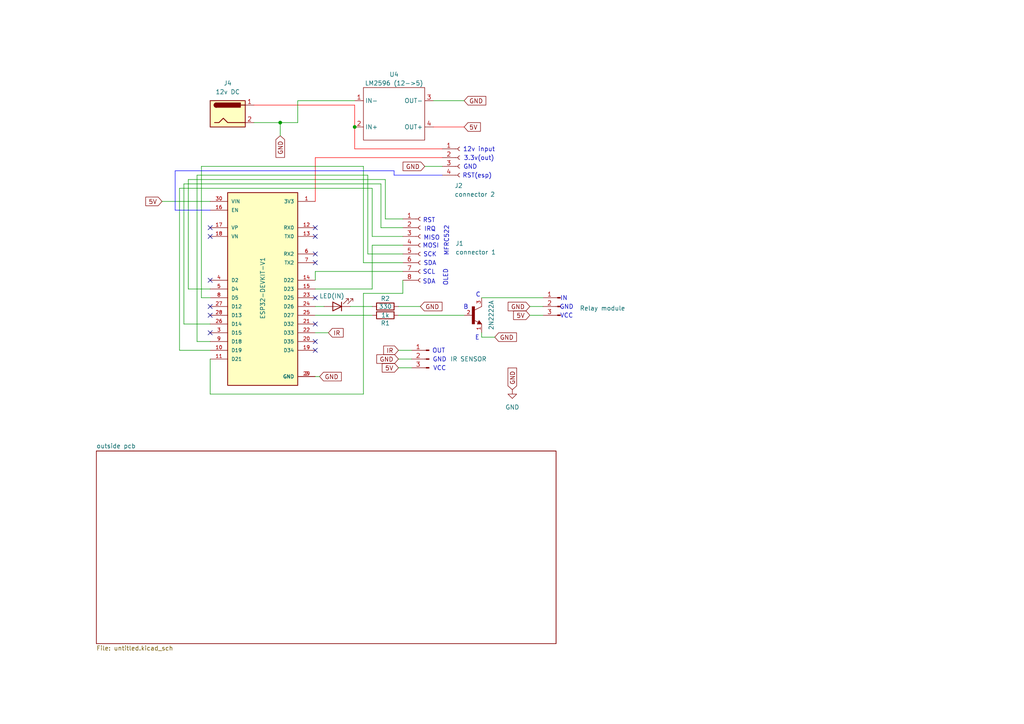
<source format=kicad_sch>
(kicad_sch (version 20231120) (generator "eeschema") (generator_version "8.0")
  (paper "A4")
  (lib_symbols
    (symbol "2N2222A:2N2222A" (pin_names (offset 1.016))
      (property "Reference" "Q" (at -10.16 7.62 0))
      (property "Value" "2N2222A" (at -10.16 -7.62 0))
      (symbol "2N2222A_0_0"
        (rectangle (start -0.254 -2.54) (end 0.508 2.54) (stroke (width 0.1)) (fill (type outline)))
        (polyline (pts (xy 1.54 -2.04) (xy 0.308 -1.424)) (stroke (width 0.1524)))
        (polyline (pts (xy 2.54 2.54) (xy 0.508 1.524)) (stroke (width 0.1524)))
        (polyline (pts (xy 1.27 -2.54) (xy 1.778 -1.524) (xy 2.54 -2.54) (xy 1.27 -2.54)) (stroke (width 0.1524)) (fill (type outline)))
        (pin passive line (at 2.54 -5.08 90) (length 2.54) (name "~") (number "1"))
        (pin passive line (at -2.54 0 0) (length 2.54) (name "~") (number "2"))
        (pin passive line (at 2.54 5.08 270) (length 2.54) (name "~") (number "3"))
      )
    )
    (symbol "Connector:Conn_01x03_Pin" (pin_names (offset 1.016) hide)
      (property "Reference" "J" (at 0 5.08 0))
      (property "Value" "Conn_01x03_Pin" (at 0 -5.08 0))
      (symbol "Conn_01x03_Pin_1_1"
        (polyline (pts (xy 1.27 -2.54) (xy 0.8636 -2.54)) (stroke (width 0.1524)))
        (polyline (pts (xy 1.27 0) (xy 0.8636 0)) (stroke (width 0.1524)))
        (polyline (pts (xy 1.27 2.54) (xy 0.8636 2.54)) (stroke (width 0.1524)))
        (rectangle (start 0.8636 -2.413) (end 0 -2.667) (stroke (width 0.1524)) (fill (type outline)))
        (rectangle (start 0.8636 0.127) (end 0 -0.127) (stroke (width 0.1524)) (fill (type outline)))
        (rectangle (start 0.8636 2.667) (end 0 2.413) (stroke (width 0.1524)) (fill (type outline)))
        (pin passive line (at 5.08 2.54 180) (length 3.81) (name "Pin_1") (number "1"))
        (pin passive line (at 5.08 0 180) (length 3.81) (name "Pin_2") (number "2"))
        (pin passive line (at 5.08 -2.54 180) (length 3.81) (name "Pin_3") (number "3"))
      )
    )
    (symbol "Connector:Conn_01x04_Socket" (pin_names (offset 1.016) hide)
      (property "Reference" "J" (at 0 5.08 0))
      (property "Value" "Conn_01x04_Socket" (at 0 -7.62 0))
      (symbol "Conn_01x04_Socket_1_1"
        (arc (start 0 -4.572) (mid -0.5058 -5.08) (end 0 -5.588) (stroke (width 0.1524)))
        (arc (start 0 -2.032) (mid -0.5058 -2.54) (end 0 -3.048) (stroke (width 0.1524)))
        (polyline (pts (xy -1.27 -5.08) (xy -0.508 -5.08)) (stroke (width 0.1524)))
        (polyline (pts (xy -1.27 -2.54) (xy -0.508 -2.54)) (stroke (width 0.1524)))
        (polyline (pts (xy -1.27 0) (xy -0.508 0)) (stroke (width 0.1524)))
        (polyline (pts (xy -1.27 2.54) (xy -0.508 2.54)) (stroke (width 0.1524)))
        (arc (start 0 0.508) (mid -0.5058 0) (end 0 -0.508) (stroke (width 0.1524)))
        (arc (start 0 3.048) (mid -0.5058 2.54) (end 0 2.032) (stroke (width 0.1524)))
        (pin passive line (at -5.08 2.54 0) (length 3.81) (name "Pin_1") (number "1"))
        (pin passive line (at -5.08 0 0) (length 3.81) (name "Pin_2") (number "2"))
        (pin passive line (at -5.08 -2.54 0) (length 3.81) (name "Pin_3") (number "3"))
        (pin passive line (at -5.08 -5.08 0) (length 3.81) (name "Pin_4") (number "4"))
      )
    )
    (symbol "Connector:Conn_01x08_Socket" (pin_names (offset 1.016) hide)
      (property "Reference" "J" (at 0 10.16 0))
      (property "Value" "Conn_01x08_Socket" (at 0 -12.7 0))
      (symbol "Conn_01x08_Socket_1_1"
        (arc (start 0 -9.652) (mid -0.5058 -10.16) (end 0 -10.668) (stroke (width 0.1524)))
        (arc (start 0 -7.112) (mid -0.5058 -7.62) (end 0 -8.128) (stroke (width 0.1524)))
        (arc (start 0 -4.572) (mid -0.5058 -5.08) (end 0 -5.588) (stroke (width 0.1524)))
        (arc (start 0 -2.032) (mid -0.5058 -2.54) (end 0 -3.048) (stroke (width 0.1524)))
        (polyline (pts (xy -1.27 -10.16) (xy -0.508 -10.16)) (stroke (width 0.1524)))
        (polyline (pts (xy -1.27 -7.62) (xy -0.508 -7.62)) (stroke (width 0.1524)))
        (polyline (pts (xy -1.27 -5.08) (xy -0.508 -5.08)) (stroke (width 0.1524)))
        (polyline (pts (xy -1.27 -2.54) (xy -0.508 -2.54)) (stroke (width 0.1524)))
        (polyline (pts (xy -1.27 0) (xy -0.508 0)) (stroke (width 0.1524)))
        (polyline (pts (xy -1.27 2.54) (xy -0.508 2.54)) (stroke (width 0.1524)))
        (polyline (pts (xy -1.27 5.08) (xy -0.508 5.08)) (stroke (width 0.1524)))
        (polyline (pts (xy -1.27 7.62) (xy -0.508 7.62)) (stroke (width 0.1524)))
        (arc (start 0 0.508) (mid -0.5058 0) (end 0 -0.508) (stroke (width 0.1524)))
        (arc (start 0 3.048) (mid -0.5058 2.54) (end 0 2.032) (stroke (width 0.1524)))
        (arc (start 0 5.588) (mid -0.5058 5.08) (end 0 4.572) (stroke (width 0.1524)))
        (arc (start 0 8.128) (mid -0.5058 7.62) (end 0 7.112) (stroke (width 0.1524)))
        (pin passive line (at -5.08 7.62 0) (length 3.81) (name "Pin_1") (number "1"))
        (pin passive line (at -5.08 5.08 0) (length 3.81) (name "Pin_2") (number "2"))
        (pin passive line (at -5.08 2.54 0) (length 3.81) (name "Pin_3") (number "3"))
        (pin passive line (at -5.08 0 0) (length 3.81) (name "Pin_4") (number "4"))
        (pin passive line (at -5.08 -2.54 0) (length 3.81) (name "Pin_5") (number "5"))
        (pin passive line (at -5.08 -5.08 0) (length 3.81) (name "Pin_6") (number "6"))
        (pin passive line (at -5.08 -7.62 0) (length 3.81) (name "Pin_7") (number "7"))
        (pin passive line (at -5.08 -10.16 0) (length 3.81) (name "Pin_8") (number "8"))
      )
    )
    (symbol "Connector:Jack-DC" (pin_names (offset 1.016))
      (property "Reference" "J4" (at 0 8.89 0))
      (property "Value" "12v DC" (at 0 6.35 0))
      (symbol "Jack-DC_0_1"
        (rectangle (start -5.08 3.81) (end 5.08 -3.81) (stroke (width 0.254)) (fill (type background)))
        (arc (start -3.302 3.175) (mid -3.9343 2.54) (end -3.302 1.905) (stroke (width 0.254)))
        (arc (start -3.302 3.175) (mid -3.9343 2.54) (end -3.302 1.905) (stroke (width 0.254)) (fill (type outline)))
        (polyline (pts (xy 5.08 2.54) (xy 3.81 2.54)) (stroke (width 0.254)))
        (polyline (pts (xy -3.81 -2.54) (xy -2.54 -2.54) (xy -1.27 -1.27) (xy 0 -2.54) (xy 2.54 -2.54) (xy 5.08 -2.54)) (stroke (width 0.254)))
        (rectangle (start 3.683 3.175) (end -3.302 1.905) (stroke (width 0.254)) (fill (type outline)))
      )
      (symbol "Jack-DC_1_1"
        (pin power_out line (at 7.62 2.54 180) (length 2.54) (name "~") (number "1"))
        (pin output line (at 7.62 -2.54 180) (length 2.54) (name "~") (number "2"))
      )
    )
    (symbol "Device:LED" (pin_numbers hide) (pin_names (offset 1.016) hide)
      (property "Reference" "D" (at 0 2.54 0))
      (property "Value" "LED" (at 0 -2.54 0))
      (symbol "LED_0_1"
        (polyline (pts (xy -1.27 -1.27) (xy -1.27 1.27)) (stroke (width 0.254)))
        (polyline (pts (xy -1.27 0) (xy 1.27 0)))
        (polyline (pts (xy 1.27 -1.27) (xy 1.27 1.27) (xy -1.27 0) (xy 1.27 -1.27)) (stroke (width 0.254)))
        (polyline (pts (xy -3.048 -0.762) (xy -4.572 -2.286) (xy -3.81 -2.286) (xy -4.572 -2.286) (xy -4.572 -1.524)))
        (polyline (pts (xy -1.778 -0.762) (xy -3.302 -2.286) (xy -2.54 -2.286) (xy -3.302 -2.286) (xy -3.302 -1.524)))
      )
      (symbol "LED_1_1"
        (pin passive line (at -3.81 0 0) (length 2.54) (name "K") (number "1"))
        (pin passive line (at 3.81 0 180) (length 2.54) (name "A") (number "2"))
      )
    )
    (symbol "Device:R" (pin_numbers hide) (pin_names (offset 0))
      (property "Reference" "R" (at 2.032 0 90))
      (property "Value" "R" (at 0 0 90))
      (symbol "R_0_1"
        (rectangle (start -1.016 -2.54) (end 1.016 2.54) (stroke (width 0.254)))
      )
      (symbol "R_1_1"
        (pin passive line (at 0 3.81 270) (length 1.27) (name "~") (number "1"))
        (pin passive line (at 0 -3.81 90) (length 1.27) (name "~") (number "2"))
      )
    )
    (symbol "ESP32-DEVKIT-V1:ESP32-DEVKIT-V1" (pin_names (offset 1.016))
      (property "Reference" "U" (at -10.16 30.48 0))
      (property "Value" "ESP32-DEVKIT-V1" (at -10.16 -30.48 0))
      (symbol "ESP32-DEVKIT-V1_0_0"
        (rectangle (start -10.16 -27.94) (end 10.16 27.94) (stroke (width 0.254)) (fill (type background)))
        (pin output line (at 15.24 25.4 180) (length 5.08) (name "3V3") (number "1"))
        (pin bidirectional line (at -15.24 -17.78 0) (length 5.08) (name "D19") (number "10"))
        (pin bidirectional line (at -15.24 -20.32 0) (length 5.08) (name "D21") (number "11"))
        (pin input line (at 15.24 17.78 180) (length 5.08) (name "RX0") (number "12"))
        (pin output line (at 15.24 15.24 180) (length 5.08) (name "TX0") (number "13"))
        (pin bidirectional line (at 15.24 2.54 180) (length 5.08) (name "D22") (number "14"))
        (pin bidirectional line (at 15.24 0 180) (length 5.08) (name "D23") (number "15"))
        (pin input line (at -15.24 22.86 0) (length 5.08) (name "EN") (number "16"))
        (pin bidirectional line (at -15.24 17.78 0) (length 5.08) (name "VP") (number "17"))
        (pin bidirectional line (at -15.24 15.24 0) (length 5.08) (name "VN") (number "18"))
        (pin bidirectional line (at 15.24 -17.78 180) (length 5.08) (name "D34") (number "19"))
        (pin power_in line (at 15.24 -25.4 180) (length 5.08) (name "GND") (number "2"))
        (pin bidirectional line (at 15.24 -15.24 180) (length 5.08) (name "D35") (number "20"))
        (pin bidirectional line (at 15.24 -10.16 180) (length 5.08) (name "D32") (number "21"))
        (pin bidirectional line (at 15.24 -12.7 180) (length 5.08) (name "D33") (number "22"))
        (pin bidirectional line (at 15.24 -2.54 180) (length 5.08) (name "D25") (number "23"))
        (pin bidirectional line (at 15.24 -5.08 180) (length 5.08) (name "D26") (number "24"))
        (pin bidirectional line (at 15.24 -7.62 180) (length 5.08) (name "D27") (number "25"))
        (pin bidirectional line (at -15.24 -10.16 0) (length 5.08) (name "D14") (number "26"))
        (pin bidirectional line (at -15.24 -5.08 0) (length 5.08) (name "D12") (number "27"))
        (pin bidirectional line (at -15.24 -7.62 0) (length 5.08) (name "D13") (number "28"))
        (pin power_in line (at 15.24 -25.4 180) (length 5.08) (name "GND") (number "29"))
        (pin bidirectional line (at -15.24 -12.7 0) (length 5.08) (name "D15") (number "3"))
        (pin input line (at -15.24 25.4 0) (length 5.08) (name "VIN") (number "30"))
        (pin bidirectional line (at -15.24 2.54 0) (length 5.08) (name "D2") (number "4"))
        (pin bidirectional line (at -15.24 0 0) (length 5.08) (name "D4") (number "5"))
        (pin input line (at 15.24 10.16 180) (length 5.08) (name "RX2") (number "6"))
        (pin output line (at 15.24 7.62 180) (length 5.08) (name "TX2") (number "7"))
        (pin bidirectional line (at -15.24 -2.54 0) (length 5.08) (name "D5") (number "8"))
        (pin bidirectional line (at -15.24 -15.24 0) (length 5.08) (name "D18") (number "9"))
      )
    )
    (symbol "customLibrary:LM2596"
      (property "Reference" "U4" (at -11.43 1.27 90))
      (property "Value" "LM2596 (12->5)" (at -8.89 1.27 90))
      (symbol "LM2596_0_1"
        (rectangle (start -7.62 10.16) (end 7.62 -7.62))
      )
      (symbol "LM2596_1_1"
        (pin power_in line (at -3.81 12.7 270) (length 2.54) (name "IN-") (number "1"))
        (pin power_in line (at 3.81 12.7 270) (length 2.54) (name "IN+") (number "2"))
        (pin power_in line (at -3.81 -10.16 90) (length 2.54) (name "OUT-") (number "3"))
        (pin power_out line (at 3.81 -10.16 90) (length 2.54) (name "OUT+") (number "4"))
      )
    )
    (symbol "power:GND" (power) (pin_numbers hide) (pin_names (offset 0) hide)
      (property "Value" "GND" (at 0 -3.81 0))
      (symbol "GND_0_1"
        (polyline (pts (xy 0 0) (xy 0 -1.27) (xy 1.27 -1.27) (xy 0 -2.54) (xy -1.27 -1.27) (xy 0 -1.27)))
      )
      (symbol "GND_1_1"
        (pin power_in line (at 0 0 270) (length 0) (name "~") (number "1"))
      )
    )
  )
  (junction (at 102.87 36.83))
  (junction (at 81.28 35.56))
  (no_connect (at 91.44 101.6))
  (no_connect (at 91.44 73.66))
  (no_connect (at 60.96 96.52))
  (no_connect (at 60.96 68.58))
  (no_connect (at 60.96 88.9))
  (no_connect (at 91.44 86.36))
  (no_connect (at 91.44 93.98))
  (no_connect (at 60.96 91.44))
  (no_connect (at 91.44 66.04))
  (no_connect (at 91.44 99.06))
  (no_connect (at 60.96 66.04))
  (no_connect (at 60.96 81.28))
  (no_connect (at 91.44 76.2))
  (no_connect (at 91.44 68.58))
  (wire (pts (xy 105.41 76.2) (xy 105.41 48.26)))
  (wire (pts (xy 110.49 66.04) (xy 110.49 53.34)))
  (wire (pts (xy 91.44 91.44) (xy 107.95 91.44)))
  (wire (pts (xy 105.41 114.3) (xy 60.96 114.3)))
  (wire (pts (xy 123.19 48.26) (xy 128.27 48.26)))
  (wire (pts (xy 86.36 29.21) (xy 102.87 29.21)))
  (wire (pts (xy 114.3 49.53) (xy 50.8 49.53)) (stroke (width 0) (color 0 0 255 1)))
  (wire (pts (xy 105.41 85.09) (xy 105.41 114.3)))
  (wire (pts (xy 115.57 101.6) (xy 119.38 101.6)))
  (wire (pts (xy 107.95 71.12) (xy 107.95 83.82)))
  (wire (pts (xy 125.73 36.83) (xy 134.62 36.83)) (stroke (width 0) (color 255 0 0 1)))
  (wire (pts (xy 128.27 50.8) (xy 114.3 50.8)) (stroke (width 0) (color 0 0 255 1)))
  (wire (pts (xy 125.73 29.21) (xy 134.62 29.21)))
  (wire (pts (xy 106.68 73.66) (xy 106.68 50.8)))
  (wire (pts (xy 128.27 45.72) (xy 91.44 45.72)) (stroke (width 0) (color 255 0 0 1)))
  (wire (pts (xy 139.7 96.52) (xy 139.7 97.79)))
  (wire (pts (xy 107.95 83.82) (xy 91.44 83.82)))
  (wire (pts (xy 91.44 96.52) (xy 95.25 96.52)))
  (wire (pts (xy 116.84 71.12) (xy 107.95 71.12)))
  (wire (pts (xy 111.76 52.07) (xy 54.61 52.07)))
  (wire (pts (xy 53.34 53.34) (xy 53.34 93.98)))
  (wire (pts (xy 50.8 60.96) (xy 60.96 60.96)) (stroke (width 0) (color 0 0 255 1)))
  (wire (pts (xy 54.61 52.07) (xy 54.61 83.82)))
  (wire (pts (xy 115.57 104.14) (xy 119.38 104.14)))
  (wire (pts (xy 54.61 83.82) (xy 60.96 83.82)))
  (wire (pts (xy 115.57 106.68) (xy 119.38 106.68)))
  (wire (pts (xy 102.87 36.83) (xy 102.87 43.18)) (stroke (width 0) (color 255 0 0 1)))
  (wire (pts (xy 116.84 66.04) (xy 110.49 66.04)))
  (wire (pts (xy 116.84 73.66) (xy 106.68 73.66)))
  (wire (pts (xy 107.95 68.58) (xy 107.95 54.61)))
  (wire (pts (xy 52.07 101.6) (xy 60.96 101.6)))
  (wire (pts (xy 58.42 48.26) (xy 58.42 86.36)))
  (wire (pts (xy 91.44 88.9) (xy 93.98 88.9)))
  (wire (pts (xy 53.34 93.98) (xy 60.96 93.98)))
  (wire (pts (xy 57.15 50.8) (xy 57.15 99.06)))
  (wire (pts (xy 73.66 35.56) (xy 81.28 35.56)))
  (wire (pts (xy 60.96 114.3) (xy 60.96 104.14)))
  (wire (pts (xy 116.84 85.09) (xy 116.84 81.28)))
  (wire (pts (xy 57.15 99.06) (xy 60.96 99.06)))
  (wire (pts (xy 91.44 78.74) (xy 91.44 81.28)))
  (wire (pts (xy 110.49 53.34) (xy 53.34 53.34)))
  (wire (pts (xy 114.3 50.8) (xy 114.3 49.53)) (stroke (width 0) (color 0 0 255 1)))
  (wire (pts (xy 139.7 86.36) (xy 157.48 86.36)))
  (wire (pts (xy 153.67 91.44) (xy 157.48 91.44)))
  (wire (pts (xy 91.44 45.72) (xy 91.44 58.42)) (stroke (width 0) (color 255 0 0 1)))
  (wire (pts (xy 116.84 63.5) (xy 111.76 63.5)))
  (wire (pts (xy 101.6 88.9) (xy 107.95 88.9)))
  (wire (pts (xy 116.84 76.2) (xy 105.41 76.2)))
  (wire (pts (xy 58.42 86.36) (xy 60.96 86.36)))
  (wire (pts (xy 81.28 35.56) (xy 86.36 35.56)))
  (wire (pts (xy 116.84 78.74) (xy 91.44 78.74)))
  (wire (pts (xy 115.57 91.44) (xy 134.62 91.44)))
  (wire (pts (xy 102.87 30.48) (xy 102.87 36.83)) (stroke (width 0) (color 255 0 0 1)))
  (wire (pts (xy 91.44 109.22) (xy 92.71 109.22)))
  (wire (pts (xy 50.8 49.53) (xy 50.8 60.96)) (stroke (width 0) (color 0 0 255 1)))
  (wire (pts (xy 153.67 88.9) (xy 157.48 88.9)))
  (wire (pts (xy 107.95 68.58) (xy 116.84 68.58)))
  (wire (pts (xy 111.76 63.5) (xy 111.76 52.07)))
  (wire (pts (xy 107.95 54.61) (xy 52.07 54.61)))
  (wire (pts (xy 106.68 50.8) (xy 57.15 50.8)))
  (wire (pts (xy 73.66 30.48) (xy 102.87 30.48)) (stroke (width 0) (color 255 0 0 1)))
  (wire (pts (xy 46.99 58.42) (xy 60.96 58.42)))
  (wire (pts (xy 105.41 85.09) (xy 116.84 85.09)))
  (wire (pts (xy 52.07 54.61) (xy 52.07 101.6)))
  (wire (pts (xy 86.36 35.56) (xy 86.36 29.21)))
  (wire (pts (xy 139.7 97.79) (xy 143.51 97.79)))
  (wire (pts (xy 81.28 39.37) (xy 81.28 35.56)))
  (wire (pts (xy 105.41 48.26) (xy 58.42 48.26)))
  (wire (pts (xy 128.27 43.18) (xy 102.87 43.18)) (stroke (width 0) (color 255 0 0 1)))
  (wire (pts (xy 115.57 88.9) (xy 121.92 88.9)))
  (text "GND" (at 164.338 89.154 0) (effects (font (size 1.27 1.27))))
  (text "IN" (at 163.576 86.614 0) (effects (font (size 1.27 1.27))))
  (text "MFRC522" (at 129.54 69.85 90) (effects (font (size 1.27 1.27))))
  (text "B" (at 135.128 89.154 0) (effects (font (size 1.27 1.27))))
  (text "C" (at 138.684 85.598 0) (effects (font (size 1.27 1.27))))
  (text "3.3v(out)" (at 138.938 45.974 0) (effects (font (size 1.27 1.27))))
  (text "12v input" (at 138.938 43.434 0) (effects (font (size 1.27 1.27))))
  (text "SCK" (at 124.714 73.914 0) (effects (font (size 1.27 1.27))))
  (text "OLED" (at 129.286 80.518 90) (effects (font (size 1.27 1.27))))
  (text "SDA" (at 124.46 81.788 0) (effects (font (size 1.27 1.27))))
  (text "VCC" (at 164.338 91.694 0) (effects (font (size 1.27 1.27))))
  (text "RST" (at 124.46 64.008 0) (effects (font (size 1.27 1.27))))
  (text "E" (at 138.43 98.044 0) (effects (font (size 1.27 1.27))))
  (text "OUT" (at 127.254 101.854 0) (effects (font (size 1.27 1.27))))
  (text "VCC" (at 127.508 106.934 0) (effects (font (size 1.27 1.27))))
  (text "SDA" (at 124.714 76.454 0) (effects (font (size 1.27 1.27))))
  (text "IRQ\n" (at 124.714 66.548 0) (effects (font (size 1.27 1.27))))
  (text "MISO" (at 125.222 69.088 0) (effects (font (size 1.27 1.27))))
  (text "MOSI\n" (at 124.968 71.374 0) (effects (font (size 1.27 1.27))))
  (text "GND" (at 127.508 104.394 0) (effects (font (size 1.27 1.27))))
  (text "RST(esp)" (at 138.43 51.054 0) (effects (font (size 1.27 1.27))))
  (text "SCL" (at 124.46 78.994 0) (effects (font (size 1.27 1.27))))
  (text "GND" (at 136.398 48.514 0) (effects (font (size 1.27 1.27))))
  (global_label "GND" (shape input) (at 134.62 29.21 0) (property "Intersheetrefs" "${INTERSHEET_REFS}" (effects (hide yes))))
  (global_label "5V" (shape input) (at 46.99 58.42 180) (property "Intersheetrefs" "${INTERSHEET_REFS}" (effects (hide yes))))
  (global_label "5V" (shape input) (at 134.62 36.83 0) (property "Intersheetrefs" "${INTERSHEET_REFS}" (effects (hide yes))))
  (global_label "GND" (shape input) (at 92.71 109.22 0) (property "Intersheetrefs" "${INTERSHEET_REFS}" (effects (hide yes))))
  (global_label "5V" (shape input) (at 115.57 106.68 180) (property "Intersheetrefs" "${INTERSHEET_REFS}" (effects (hide yes))))
  (global_label "GND" (shape input) (at 81.28 39.37 270) (property "Intersheetrefs" "${INTERSHEET_REFS}" (effects (hide yes))))
  (global_label "5V" (shape input) (at 153.67 91.44 180) (property "Intersheetrefs" "${INTERSHEET_REFS}" (effects (hide yes))))
  (global_label "GND" (shape input) (at 121.92 88.9 0) (property "Intersheetrefs" "${INTERSHEET_REFS}" (effects (hide yes))))
  (global_label "IR" (shape input) (at 115.57 101.6 180) (property "Intersheetrefs" "${INTERSHEET_REFS}" (effects (hide yes))))
  (global_label "IR" (shape input) (at 95.25 96.52 0) (property "Intersheetrefs" "${INTERSHEET_REFS}" (effects (hide yes))))
  (global_label "GND" (shape input) (at 123.19 48.26 180) (property "Intersheetrefs" "${INTERSHEET_REFS}" (effects (hide yes))))
  (global_label "GND" (shape input) (at 115.57 104.14 180) (property "Intersheetrefs" "${INTERSHEET_REFS}" (effects (hide yes))))
  (global_label "GND" (shape input) (at 153.67 88.9 180) (property "Intersheetrefs" "${INTERSHEET_REFS}" (effects (hide yes))))
  (global_label "GND" (shape input) (at 143.51 97.79 0) (property "Intersheetrefs" "${INTERSHEET_REFS}" (effects (hide yes))))
  (global_label "GND" (shape input) (at 148.59 113.03 90) (property "Intersheetrefs" "${INTERSHEET_REFS}" (effects (hide yes))))
  (symbol (lib_id "power:GND") (at 148.59 113.03 0) (unit 1)
    (property "Reference" "#PWR01" (effects (hide yes)))
    (property "Value" "GND" (at 148.59 118.11 0))
    (property "Description" "Power symbol creates a global label with name \"GND\" , ground" (effects (hide yes)))
  )
  (symbol (lib_id "ESP32-DEVKIT-V1:ESP32-DEVKIT-V1") (at 76.2 83.82 0) (unit 1)
    (property "Reference" "U2" (effects (hide yes)))
    (property "Value" "ESP32-DEVKIT-V1" (at 76.2 83.566 90))
    (property "Footprint" "ESP32-DEVKIT-V1:MODULE_ESP32_DEVKIT_V1" (effects (hide yes)))
    (property "MF" "Do it" (effects (hide yes)))
    (property "MAXIMUM_PACKAGE_HEIGHT" "6.8 mm" (effects (hide yes)))
    (property "Package" "None" (effects (hide yes)))
    (property "Price" "None" (effects (hide yes)))
    (property "Check_prices" "https://www.snapeda.com/parts/ESP32-DEVKIT-V1/Do+it/view-part/?ref=eda" (effects (hide yes)))
    (property "STANDARD" "Manufacturer Recommendations" (effects (hide yes)))
    (property "PARTREV" "N/A" (effects (hide yes)))
    (property "SnapEDA_Link" "https://www.snapeda.com/parts/ESP32-DEVKIT-V1/Do+it/view-part/?ref=snap" (effects (hide yes)))
    (property "MP" "ESP32-DEVKIT-V1" (effects (hide yes)))
    (property "Description_1" "\n                        \n                            Dual core, Wi-Fi: 2.4 GHz up to 150 Mbits/s,BLE (Bluetooth Low Energy) and legacy Bluetooth, 32 bits, Up to 240 MHz\n                        \n" (effects (hide yes)))
    (property "Availability" "Not in stock" (effects (hide yes)))
    (property "MANUFACTURER" "DOIT" (effects (hide yes)))
  )
  (symbol (lib_id "Device:R") (at 111.76 88.9 270) (unit 1)
    (property "Reference" "R2" (at 111.76 86.614 90))
    (property "Value" "330" (at 111.76 88.9 90))
    (property "Footprint" "Resistor_THT:R_Axial_DIN0207_L6.3mm_D2.5mm_P7.62mm_Horizontal" (effects (hide yes)))
    (property "Description" "Resistor" (effects (hide yes)))
  )
  (symbol (lib_id "Connector:Conn_01x03_Pin") (at 162.56 88.9 0) (mirror y) (unit 1)
    (property "Reference" "J3" (effects (hide yes)))
    (property "Value" "Relay module" (at 174.752 89.408 0))
    (property "Footprint" "Connector_JST:JST_EH_B3B-EH-A_1x03_P2.50mm_Vertical" (effects (hide yes)))
    (property "Description" "Generic connector, single row, 01x03, script generated" (effects (hide yes)))
  )
  (symbol (lib_id "Device:R") (at 111.76 91.44 270) (unit 1)
    (property "Reference" "R1" (at 111.76 93.726 90))
    (property "Value" "1k" (at 111.76 91.44 90))
    (property "Footprint" "Resistor_THT:R_Axial_DIN0207_L6.3mm_D2.5mm_P7.62mm_Horizontal" (effects (hide yes)))
    (property "Description" "Resistor" (effects (hide yes)))
  )
  (symbol (lib_id "2N2222A:2N2222A") (at 137.16 91.44 0) (unit 1)
    (property "Reference" "Q1" (effects (hide yes)))
    (property "Value" "2N2222A" (at 142.494 95.758 90) (effects (justify left)))
    (property "Footprint" "2N2222A:TO92254P470H750-3" (effects (hide yes)))
    (property "MF" "Microchip Technology" (effects (hide yes)))
    (property "SNAPEDA_PACKAGE_ID" "121774" (effects (hide yes)))
    (property "Package" "TO-18-3 Microsemi Corporation" (effects (hide yes)))
    (property "Price" "None" (effects (hide yes)))
    (property "Check_prices" "https://www.snapeda.com/parts/2N2222A/Microchip/view-part/?ref=eda" (effects (hide yes)))
    (property "STANDARD" "IPC 7351B" (effects (hide yes)))
    (property "PARTREV" "N/A" (effects (hide yes)))
    (property "SnapEDA_Link" "https://www.snapeda.com/parts/2N2222A/Microchip/view-part/?ref=snap" (effects (hide yes)))
    (property "MP" "2N2222A" (effects (hide yes)))
    (property "Description_1" "\n                        \n                            Bipolar (BJT) Transistor NPN 50 V 800 mA - 500 mW Surface Mount 4-SMD\n                        \n" (effects (hide yes)))
    (property "MANUFACTURER" "Diotec Semiconductor" (effects (hide yes)))
    (property "Availability" "In Stock" (effects (hide yes)))
    (property "MAXIMUM_PACKAGE_HEIGHT" "7.5 mm" (effects (hide yes)))
  )
  (symbol (lib_id "Connector:Conn_01x04_Socket") (at 133.35 45.72 0) (unit 1)
    (property "Reference" "J2" (at 131.826 53.848 0) (effects (justify left)))
    (property "Value" "connector 2" (at 131.826 56.388 0) (effects (justify left)))
    (property "Footprint" "Connector_JST:JST_EH_B4B-EH-A_1x04_P2.50mm_Vertical" (effects (hide yes)))
    (property "Description" "Generic connector, single row, 01x04, script generated" (effects (hide yes)))
  )
  (symbol (lib_id "Connector:Conn_01x03_Pin") (at 124.46 104.14 0) (mirror y) (unit 1)
    (property "Reference" "J7" (effects (hide yes)))
    (property "Value" "IR SENSOR" (at 135.89 104.14 0))
    (property "Footprint" "Connector_JST:JST_EH_B3B-EH-A_1x03_P2.50mm_Vertical" (effects (hide yes)))
    (property "Description" "Generic connector, single row, 01x03, script generated" (effects (hide yes)))
  )
  (symbol (lib_id "customLibrary:LM2596") (at 115.57 33.02 90) (mirror x) (unit 1)
    (property "Reference" "U4" (at 114.3 21.59 90))
    (property "Value" "LM2596 (12->5)" (at 114.3 24.13 90))
    (property "Footprint" "customMade:LM2596" (effects (hide yes)))
  )
  (symbol (lib_id "Connector:Conn_01x08_Socket") (at 121.92 71.12 0) (unit 1)
    (property "Reference" "J1" (at 132.08 70.612 0) (effects (justify left)))
    (property "Value" "connector 1" (at 132.08 73.152 0) (effects (justify left)))
    (property "Footprint" "Connector_JST:JST_EH_B8B-EH-A_1x08_P2.50mm_Vertical" (effects (hide yes)))
    (property "Description" "Generic connector, single row, 01x08, script generated" (effects (hide yes)))
  )
  (symbol (lib_id "Connector:Jack-DC") (at 66.04 33.02 0) (unit 1)
    (property "Reference" "J4" (at 66.04 24.13 0))
    (property "Value" "12v DC" (at 66.04 26.67 0))
    (property "Footprint" "Connector_BarrelJack:BarrelJack_SwitchcraftConxall_RAPC10U_Horizontal" (effects (hide yes)))
    (property "Description" "DC Barrel Jack" (effects (hide yes)))
  )
  (symbol (lib_id "Device:LED") (at 97.79 88.9 180) (unit 1)
    (property "Reference" "D1" (effects (hide yes)))
    (property "Value" "LED(IN)" (at 96.266 85.852 0))
    (property "Footprint" "LED_THT:LED_D1.8mm_W3.3mm_H2.4mm" (effects (hide yes)))
    (property "Description" "Light emitting diode" (effects (hide yes)))
  )
  (sheet (at 27.94 130.81) (size 133.35 55.88) (stroke (width 0.1524))
    (property "Sheetname" "outside pcb" (at 27.94 130.0984 0) (effects (justify left bottom)))
    (property "Sheetfile" "untitled.kicad_sch" (at 27.94 187.2746 0) (effects (justify left top)))
  )
)
</source>
